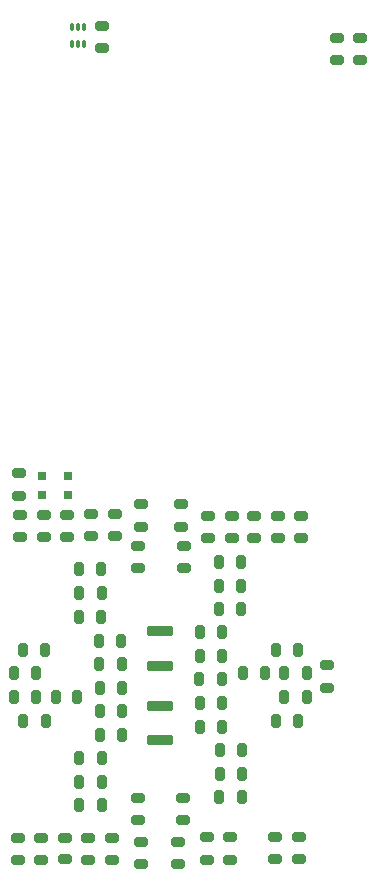
<source format=gbp>
G04 #@! TF.GenerationSoftware,KiCad,Pcbnew,7.0.7-7.0.7~ubuntu22.04.1*
G04 #@! TF.CreationDate,2024-03-12T11:13:49+01:00*
G04 #@! TF.ProjectId,qaxe,71617865-2e6b-4696-9361-645f70636258,rev?*
G04 #@! TF.SameCoordinates,Original*
G04 #@! TF.FileFunction,Paste,Bot*
G04 #@! TF.FilePolarity,Positive*
%FSLAX46Y46*%
G04 Gerber Fmt 4.6, Leading zero omitted, Abs format (unit mm)*
G04 Created by KiCad (PCBNEW 7.0.7-7.0.7~ubuntu22.04.1) date 2024-03-12 11:13:49*
%MOMM*%
%LPD*%
G01*
G04 APERTURE LIST*
G04 Aperture macros list*
%AMRoundRect*
0 Rectangle with rounded corners*
0 $1 Rounding radius*
0 $2 $3 $4 $5 $6 $7 $8 $9 X,Y pos of 4 corners*
0 Add a 4 corners polygon primitive as box body*
4,1,4,$2,$3,$4,$5,$6,$7,$8,$9,$2,$3,0*
0 Add four circle primitives for the rounded corners*
1,1,$1+$1,$2,$3*
1,1,$1+$1,$4,$5*
1,1,$1+$1,$6,$7*
1,1,$1+$1,$8,$9*
0 Add four rect primitives between the rounded corners*
20,1,$1+$1,$2,$3,$4,$5,0*
20,1,$1+$1,$4,$5,$6,$7,0*
20,1,$1+$1,$6,$7,$8,$9,0*
20,1,$1+$1,$8,$9,$2,$3,0*%
G04 Aperture macros list end*
%ADD10RoundRect,0.150000X0.250000X0.430000X-0.250000X0.430000X-0.250000X-0.430000X0.250000X-0.430000X0*%
%ADD11RoundRect,0.150000X0.430000X-0.250000X0.430000X0.250000X-0.430000X0.250000X-0.430000X-0.250000X0*%
%ADD12RoundRect,0.150000X-0.430000X0.250000X-0.430000X-0.250000X0.430000X-0.250000X0.430000X0.250000X0*%
%ADD13RoundRect,0.147500X0.262500X0.412500X-0.262500X0.412500X-0.262500X-0.412500X0.262500X-0.412500X0*%
%ADD14RoundRect,0.147500X-0.262500X-0.412500X0.262500X-0.412500X0.262500X0.412500X-0.262500X0.412500X0*%
%ADD15RoundRect,0.150000X-0.250000X-0.430000X0.250000X-0.430000X0.250000X0.430000X-0.250000X0.430000X0*%
%ADD16RoundRect,0.147500X-0.412500X0.262500X-0.412500X-0.262500X0.412500X-0.262500X0.412500X0.262500X0*%
%ADD17R,0.800000X0.720000*%
%ADD18RoundRect,0.135000X0.945000X-0.325000X0.945000X0.325000X-0.945000X0.325000X-0.945000X-0.325000X0*%
%ADD19RoundRect,0.147500X0.412500X-0.262500X0.412500X0.262500X-0.412500X0.262500X-0.412500X-0.262500X0*%
%ADD20RoundRect,0.135000X-0.945000X0.325000X-0.945000X-0.325000X0.945000X-0.325000X0.945000X0.325000X0*%
%ADD21RoundRect,0.000000X0.120000X-0.268000X0.120000X0.268000X-0.120000X0.268000X-0.120000X-0.268000X0*%
G04 APERTURE END LIST*
D10*
X91760000Y-129310000D03*
X89860000Y-129310000D03*
X106650000Y-128100000D03*
X104750000Y-128100000D03*
D11*
X101000000Y-112650000D03*
X101000000Y-110750000D03*
X96500000Y-140250000D03*
X96500000Y-138350000D03*
D12*
X93300000Y-138350000D03*
X93300000Y-140250000D03*
D10*
X91650000Y-121325000D03*
X89750000Y-121325000D03*
D12*
X90043000Y-69281000D03*
X90043000Y-71181000D03*
X104900000Y-110750000D03*
X104900000Y-112650000D03*
D13*
X87925000Y-126100000D03*
X86100000Y-126100000D03*
D10*
X90000000Y-133270000D03*
X88100000Y-133270000D03*
D12*
X88875000Y-138000000D03*
X88875000Y-139900000D03*
D11*
X83100000Y-112575000D03*
X83100000Y-110675000D03*
D14*
X101987500Y-124100000D03*
X103812500Y-124100000D03*
D15*
X105450000Y-126100000D03*
X107350000Y-126100000D03*
X99920000Y-116670000D03*
X101820000Y-116670000D03*
X99950000Y-134600000D03*
X101850000Y-134600000D03*
X100000000Y-130600000D03*
X101900000Y-130600000D03*
X99920000Y-118670000D03*
X101820000Y-118670000D03*
D10*
X84450000Y-124100000D03*
X82550000Y-124100000D03*
D12*
X93100000Y-134650000D03*
X93100000Y-136550000D03*
D11*
X100900000Y-139875000D03*
X100900000Y-137975000D03*
X104700000Y-139850000D03*
X104700000Y-137950000D03*
X109100000Y-125300000D03*
X109100000Y-123400000D03*
D10*
X91700000Y-123325000D03*
X89800000Y-123325000D03*
D16*
X86875000Y-138037500D03*
X86875000Y-139862500D03*
D15*
X83300000Y-122100000D03*
X85200000Y-122100000D03*
D11*
X98900000Y-139875000D03*
X98900000Y-137975000D03*
D15*
X83350000Y-128100000D03*
X85250000Y-128100000D03*
D10*
X91750000Y-127325000D03*
X89850000Y-127325000D03*
D12*
X93300000Y-109800000D03*
X93300000Y-111700000D03*
D15*
X98310000Y-122610000D03*
X100210000Y-122610000D03*
D10*
X89950000Y-119300000D03*
X88050000Y-119300000D03*
X90000000Y-117300000D03*
X88100000Y-117300000D03*
D11*
X96900000Y-136550000D03*
X96900000Y-134650000D03*
D12*
X83000000Y-107175000D03*
X83000000Y-109075000D03*
D11*
X106900000Y-112650000D03*
X106900000Y-110750000D03*
D15*
X98310000Y-120630000D03*
X100210000Y-120630000D03*
D12*
X91100000Y-110575000D03*
X91100000Y-112475000D03*
D15*
X98310000Y-128610000D03*
X100210000Y-128610000D03*
D11*
X98990000Y-112650000D03*
X98990000Y-110750000D03*
D17*
X84975000Y-107425000D03*
X87125000Y-107425000D03*
X87125000Y-108975000D03*
X84975000Y-108975000D03*
D15*
X99920000Y-114670000D03*
X101820000Y-114670000D03*
X100000000Y-132600000D03*
X101900000Y-132600000D03*
D10*
X106650000Y-122100000D03*
X104750000Y-122100000D03*
D18*
X94900000Y-129775000D03*
X94900000Y-126825000D03*
D19*
X111900000Y-72162500D03*
X111900000Y-70337500D03*
X102930000Y-112612500D03*
X102930000Y-110787500D03*
D11*
X84875000Y-139900000D03*
X84875000Y-138000000D03*
D12*
X82875000Y-138000000D03*
X82875000Y-139900000D03*
D10*
X91750000Y-125325000D03*
X89850000Y-125325000D03*
D19*
X109900000Y-72162500D03*
X109900000Y-70337500D03*
D10*
X90000000Y-131270000D03*
X88100000Y-131270000D03*
D20*
X94900000Y-120525000D03*
X94900000Y-123475000D03*
D21*
X88500000Y-70844000D03*
X88000000Y-70844000D03*
X87500000Y-70844000D03*
X87500000Y-69364000D03*
X88000000Y-69364000D03*
X88500000Y-69364000D03*
D10*
X90000000Y-135270000D03*
X88100000Y-135270000D03*
X89950000Y-115300000D03*
X88050000Y-115300000D03*
D12*
X106700000Y-137950000D03*
X106700000Y-139850000D03*
D16*
X87100000Y-110725000D03*
X87100000Y-112550000D03*
D12*
X89100000Y-110575000D03*
X89100000Y-112475000D03*
X90875000Y-138000000D03*
X90875000Y-139900000D03*
D15*
X98310000Y-126610000D03*
X100210000Y-126610000D03*
D11*
X97000000Y-115200000D03*
X97000000Y-113300000D03*
D12*
X85100000Y-110675000D03*
X85100000Y-112575000D03*
D15*
X105450000Y-124100000D03*
X107350000Y-124100000D03*
D12*
X93100000Y-113300000D03*
X93100000Y-115200000D03*
D11*
X96700000Y-111700000D03*
X96700000Y-109800000D03*
D15*
X98260000Y-124610000D03*
X100160000Y-124610000D03*
D10*
X84450000Y-126100000D03*
X82550000Y-126100000D03*
M02*

</source>
